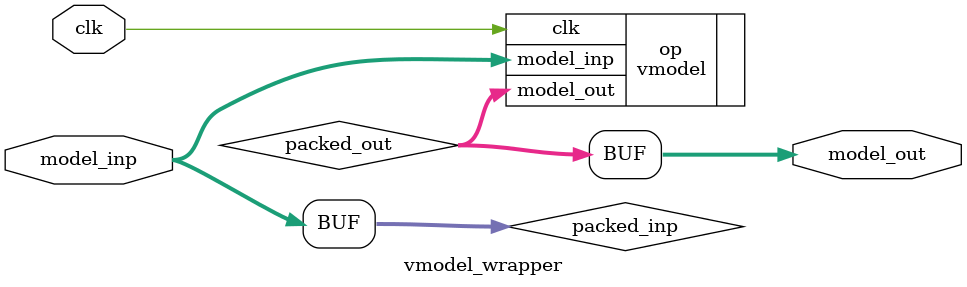
<source format=v>
`timescale 1 ns / 1 ps

module vmodel_wrapper (
   input clk,
    // verilator lint_off UNUSEDSIGNAL
    input [59:0] model_inp,
    // verilator lint_on UNUSEDSIGNAL
    output [69:0] model_out
);
    wire [59:0] packed_inp;
    wire [69:0] packed_out;

    assign packed_inp[59:0] = model_inp[59:0];

    vmodel op (
        .clk(clk),
        .model_inp(packed_inp),
        .model_out(packed_out)
    );

    assign model_out[69:0] = packed_out[69:0];

endmodule

</source>
